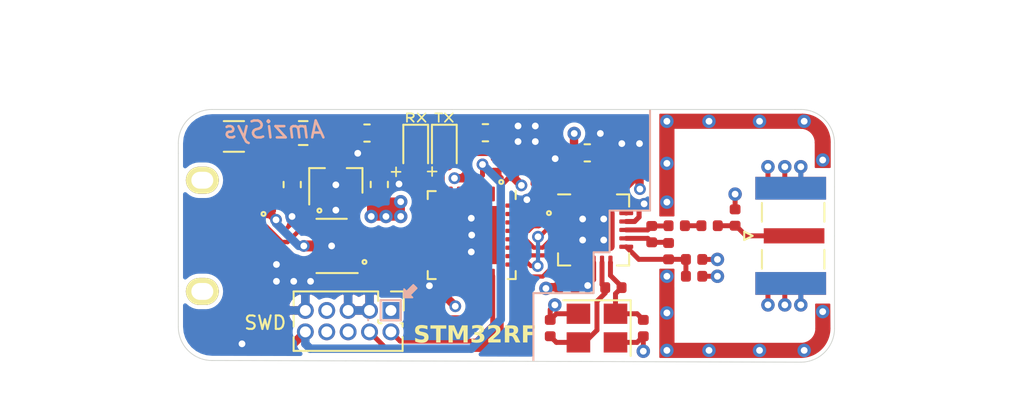
<source format=kicad_pcb>
(kicad_pcb (version 20221018) (generator pcbnew)
  (layers (0 "F.Cu" signal) (1 "In1.Cu" signal) (2 "In2.Cu" signal) (31 "B.Cu" signal) (34 "B.Paste" user) (35 "F.Paste" user) (36 "B.SilkS" user "B.Silkscreen") (37 "F.SilkS" user "F.Silkscreen") (38 "B.Mask" user) (39 "F.Mask" user) (44 "Edge.Cuts" user))
  (net 0 "")
  (net 1 "Net-(C1-Pad1)")
  (net 2 "GND")
  (net 3 "+3V3")
  (net 4 "NRST")
  (net 5 "Net-(C12-Pad1)")
  (net 6 "NRF_XC1")
  (net 7 "NRF_XC2")
  (net 8 "Net-(C15-Pad1)")
  (net 9 "Net-(C15-Pad2)")
  (net 10 "NRF_VDD_PA")
  (net 11 "Net-(D1-Pad1)")
  (net 12 "Net-(D1-Pad2)")
  (net 13 "Net-(D2-Pad2)")
  (net 14 "Net-(D2-Pad1)")
  (net 15 "+5V")
  (net 16 "Net-(J1-Pad4)")
  (net 17 "SWDIO")
  (net 18 "SWCLK")
  (net 19 "NRF_ANT2")
  (net 20 "NRF_ANT1")
  (net 21 "NRF_IRQ")
  (net 22 "SPI3_SCK")
  (net 23 "SPI3_MISO")
  (net 24 "SPI3_MOSI")
  (net 25 "SPI3_!CS")
  (net 26 "NRF_CE")
  (net 27 "Net-(U3-Pad2)")
  (net 28 "Net-(U3-Pad3)")
  (net 29 "Net-(U3-Pad10)")
  (net 30 "Net-(U3-Pad11)")
  (net 31 "Net-(U3-Pad12)")
  (net 32 "Net-(U3-Pad13)")
  (net 33 "Net-(U3-Pad14)")
  (net 34 "Net-(U3-Pad15)")
  (net 35 "Net-(U3-Pad18)")
  (net 36 "Net-(U3-Pad19)")
  (net 37 "Net-(U3-Pad20)")
  (net 38 "USB_CONN_D-")
  (net 39 "USB_CONN_D+")
  (net 40 "USB_D-")
  (net 41 "USB_D+")
  (net 42 "Net-(U3-Pad6)")
  (net 43 "Net-(U3-Pad7)")
  (net 44 "Net-(F1-Pad1)")
  (net 45 "Net-(R1-Pad1)")
  (net 46 "Net-(J3-Pad8)")
  (net 47 "Net-(J3-Pad7)")
  (net 48 "Net-(J3-Pad6)")
  (net 49 "Net-(R4-Pad1)")
  (footprint "Capacitor_SMD:C_0603_1608Metric" (layer "F.Cu") (at 28.01 31.4575 -90)
    (fp_text reference "C1")
    (fp_text value "10u")
  )
  (footprint "Capacitor_SMD:C_0603_1608Metric" (layer "F.Cu") (at 33.18 31.4525 90)
    (fp_text reference "C2")
    (fp_text value "10u")
  )
  (footprint "Capacitor_SMD:C_0402_1005Metric" (layer "F.Cu") (at 26.435 40.91 180)
    (fp_text reference "C3")
    (fp_text value "100n")
  )
  (footprint "Capacitor_SMD:C_0402_1005Metric" (layer "F.Cu") (at 41.165 30.27 90)
    (fp_text reference "C4")
    (fp_text value "1u")
  )
  (footprint "Capacitor_SMD:C_0402_1005Metric" (layer "F.Cu") (at 40.115 30.27 90)
    (fp_text reference "C5")
    (fp_text value "100n")
  )
  (footprint "Capacitor_SMD:C_0402_1005Metric" (layer "F.Cu") (at 36.64 38.13 180)
    (fp_text reference "C6")
    (fp_text value "100n")
  )
  (footprint "Capacitor_SMD:C_0402_1005Metric" (layer "F.Cu") (at 38.44 30.27 90)
    (fp_text reference "C7")
    (fp_text value "100n")
  )
  (footprint "Capacitor_SMD:C_0603_1608Metric" (layer "F.Cu") (at 45.525 29.575)
    (fp_text reference "C8")
    (fp_text value "10u")
  )
  (footprint "Capacitor_SMD:C_0402_1005Metric" (layer "F.Cu") (at 44.315 37.55)
    (fp_text reference "C9")
    (fp_text value "10n")
  )
  (footprint "Capacitor_SMD:C_0402_1005Metric" (layer "F.Cu") (at 46.075 30.875)
    (fp_text reference "C11")
    (fp_text value "10n")
  )
  (footprint "Capacitor_SMD:C_0402_1005Metric" (layer "F.Cu") (at 44.115 30.875 180)
    (fp_text reference "C12")
    (fp_text value "33n")
  )
  (footprint "Capacitor_SMD:C_0402_1005Metric" (layer "F.Cu") (at 48.85 39.975 -90)
    (fp_text reference "C13")
    (fp_text value "12p")
  )
  (footprint "Capacitor_SMD:C_0402_1005Metric" (layer "F.Cu") (at 43.325 39.975 90)
    (fp_text reference "C14")
    (fp_text value "12p")
  )
  (footprint "Capacitor_SMD:C_0402_1005Metric" (layer "F.Cu") (at 52.785 33.9 180)
    (fp_text reference "C15")
    (fp_text value "1p5")
  )
  (footprint "Capacitor_SMD:C_0402_1005Metric" (layer "F.Cu") (at 54.3 33.415 -90)
    (fp_text reference "C16")
    (fp_text value "1p")
  )
  (footprint "Capacitor_SMD:C_0402_1005Metric" (layer "F.Cu") (at 51.865 36.9 180)
    (fp_text reference "C17")
    (fp_text value "2n2")
  )
  (footprint "Capacitor_SMD:C_0402_1005Metric" (layer "F.Cu") (at 51.865 35.9 180)
    (fp_text reference "C18")
    (fp_text value "4p7")
  )
  (footprint "LED_SMD:LED_0603_1608Metric" (layer "F.Cu") (at 35.34 29.3925 -90)
    (fp_text reference "D1")
    (fp_text value "GR")
  )
  (footprint "LED_SMD:LED_0603_1608Metric" (layer "F.Cu") (at 37.04 29.3925 -90)
    (fp_text reference "D2")
    (fp_text value "YE")
  )
  (footprint "Inductor_SMD:L_0805_2012Metric" (layer "F.Cu") (at 28.6625 28.4 180)
    (fp_text reference "FB1")
    (fp_text value "100 @ 100MHz")
  )
  (footprint "10118193-0001LF:101181930001LF" (layer "F.Cu") (at 22.75 34.5 -90)
    (fp_text reference "J1")
    (fp_text value "USB_B_Micro" hide)
  )
  (footprint "Inductor_SMD:L_0402_1005Metric" (layer "F.Cu") (at 50.835 33.9)
    (fp_text reference "L1")
    (fp_text value "3n9")
  )
  (footprint "Inductor_SMD:L_0402_1005Metric" (layer "F.Cu") (at 50.35 35.41 90)
    (fp_text reference "L3")
    (fp_text value "2n7")
  )
  (footprint "Resistor_SMD:R_0603_1608Metric" (layer "F.Cu") (at 32.45 28.4 180)
    (fp_text reference "R2")
    (fp_text value "2k2")
  )
  (footprint "Resistor_SMD:R_0603_1608Metric" (layer "F.Cu") (at 39.4775 28.38)
    (fp_text reference "R3")
    (fp_text value "2k2")
  )
  (footprint "Resistor_SMD:R_0402_1005Metric" (layer "F.Cu") (at 47.575 30.41 90)
    (fp_text reference "R4")
    (fp_text value "22k")
  )
  (footprint "Resistor_SMD:R_0402_1005Metric" (layer "F.Cu") (at 47.075 37.575)
    (fp_text reference "R5")
    (fp_text value "1M")
  )
  (footprint "Package_TO_SOT_SMD:SOT-23" (layer "F.Cu") (at 30.6 31.24 90)
    (fp_text reference "U1")
    (fp_text value "XC6206P332MR")
  )
  (footprint "Package_DFN_QFN:QFN-32-1EP_5x5mm_P0.5mm_EP3.45x3.45mm" (layer "F.Cu") (at 38.665 34.455 -90)
    (fp_text reference "U3")
    (fp_text value "STM32L432KBU6")
  )
  (footprint "Package_DFN_QFN:QFN-20-1EP_4x4mm_P0.5mm_EP2.5x2.5mm" (layer "F.Cu") (at 45.9 34.15)
    (fp_text reference "U4")
    (fp_text value "nRF24L01P")
  )
  (footprint "Crystal:Crystal_SMD_3225-4Pin_3.2x2.5mm" (layer "F.Cu") (at 46.1 39.975 180)
    (fp_text reference "Y1")
    (fp_text value "16MHz")
  )
  (footprint "Package_TO_SOT_SMD:SOT-23-6" (layer "F.Cu") (at 30.35 35.1 180)
    (fp_text reference "U2")
    (fp_text value "USBLC6-2SC6")
  )
  (footprint "Connector_Coaxial:SMA_Samtec_SMA-J-P-X-ST-EM1_EdgeMount" (layer "F.Cu") (at 57.6 34.5 90)
    (fp_text reference "J2")
    (fp_text value "SMA")
  )
  (footprint "Inductor_SMD:L_0402_1005Metric" (layer "F.Cu") (at 49.35 34.4 -90)
    (fp_text reference "L2")
    (fp_text value "8n2")
  )
  (footprint "Connector_PinHeader_1.27mm:PinHeader_2x05_P1.27mm_Vertical" (layer "F.Cu") (at 33.87 38.93 -90)
    (fp_text reference "J3")
    (fp_text value "ARM 10pin")
  )
  (footprint "Capacitor_SMD:C_0402_1005Metric" (layer "F.Cu") (at 48.625 30.415 90)
    (fp_text reference "C10")
    (fp_text value "10n")
  )
  (footprint "Fuse:Fuse_1206_3216Metric" (layer "F.Cu") (at 24.55 28.6 180)
    (fp_text reference "F1")
    (fp_text value "100mA")
  )
  (footprint "Resistor_SMD:R_0402_1005Metric" (layer "F.Cu") (at 42.215 30.265 90)
    (fp_text reference "R1")
    (fp_text value "2k2")
  )
  (gr_arc (start 59.12 40) (mid 58.853467 40.643467) (end 58.21 40.91) (stroke (width 0.12)) (layer "F.Cu"))
  (gr_poly (pts (xy 50.6525 40.9) (xy 58.2 40.9) (xy 58.2 41.7) (xy 49.85 41.7) (xy 49.85 39) (xy 49.85 38.35) (xy 49.85 36.5) (xy 50.65 36.5) (xy 50.645 37.55) (xy 50.6475 37.55)) (stroke (width 0.1)) (fill solid) (layer "F.Cu"))
  (gr_poly (pts (xy 59.91 40) (xy 59.11 40) (xy 59.1 38.57) (xy 59.9 38.57)) (stroke (width 0.1)) (fill solid) (layer "F.Cu"))
  (gr_arc (start 59.9 39.99) (mid 59.402082 41.192082) (end 58.2 41.69) (stroke (width 0.12)) (layer "F.Cu"))
  (gr_poly (pts (xy 59.86 40.25) (xy 59.76 40.62) (xy 59.39 41.2) (xy 58.63 41.6) (xy 58.24 41.63) (xy 58.25 40.98) (xy 58.25 40.97) (xy 58.61 40.88) (xy 58.98 40.58) (xy 59.17 40.11) (xy 59.16 40.03) (xy 59.85 40.02)) (stroke (width 0.1)) (fill solid) (layer "F.Cu"))
  (gr_arc (start 58.3 27.325) (mid 59.431371 27.793629) (end 59.9 28.925) (stroke (width 0.15)) (layer "F.Cu"))
  (gr_poly (pts (xy 58.575 27.4) (xy 59.15 27.625) (xy 59.625 28.075) (xy 59.825 28.5) (xy 59.825 28.9) (xy 59.15 28.9) (xy 59.125 28.725) (xy 58.95 28.375) (xy 58.625 28.15) (xy 58.25 28.025) (xy 58.3 27.35)) (stroke (width 0.1)) (fill solid) (layer "F.Cu"))
  (gr_arc (start 58.2 28.075) (mid 58.836396 28.338604) (end 59.1 28.975) (stroke (width 0.15)) (layer "F.Cu"))
  (gr_poly (pts (xy 58.3 28.1) (xy 50.65 28.1) (xy 50.65 33.3) (xy 49.85 33.3) (xy 49.85 27.3) (xy 58.3 27.3)) (stroke (width 0.1)) (fill solid) (layer "F.Cu"))
  (gr_poly (pts (xy 59.925 30.425) (xy 59.075 30.425) (xy 59.075 28.95) (xy 59.925 28.95)) (stroke (width 0.1)) (fill solid) (layer "F.Cu"))
  (gr_line (start 45.9 35.475) (end 45.9 35.925) (stroke (width 0.12)) (layer "B.SilkS"))
  (gr_line (start 45.9 35.925) (end 45.9 37.9) (stroke (width 0.12)) (layer "B.SilkS"))
  (gr_line (start 32.52 39.51) (end 32.52 39.46) (stroke (width 0.12)) (layer "B.SilkS"))
  (gr_line (start 49.25 27.05) (end 49.25 32.225) (stroke (width 0.12)) (layer "B.SilkS"))
  (gr_line (start 33.26 38.32) (end 34.46 38.32) (stroke (width 0.12)) (layer "B.SilkS"))
  (gr_line (start 34.21 39.52) (end 33.26 39.52) (stroke (width 0.12)) (layer "B.SilkS"))
  (gr_line (start 49.25 32.25) (end 49.25 33) (stroke (width 0.12)) (layer "B.SilkS"))
  (gr_line (start 46.85 33) (end 46.85 34.1) (stroke (width 0.12)) (layer "B.SilkS"))
  (gr_line (start 42.325 37.9) (end 42.325 41.9) (stroke (width 0.12)) (layer "B.SilkS"))
  (gr_line (start 34.46 39.52) (end 34.21 39.52) (stroke (width 0.12)) (layer "B.SilkS"))
  (gr_poly (pts (xy 35.4 37.61) (xy 35 38.01) (xy 35.15 38.16) (xy 34.65 38.16) (xy 34.65 37.66) (xy 34.8 37.81) (xy 35.2 37.41)) (stroke (width 0.1)) (fill solid) (layer "B.SilkS"))
  (gr_line (start 46.825 35.475) (end 46.225 35.475) (stroke (width 0.12)) (layer "B.SilkS"))
  (gr_line (start 42.7 37.9) (end 43.85 37.9) (stroke (width 0.12)) (layer "B.SilkS"))
  (gr_line (start 33.26 39.47) (end 33.26 38.32) (stroke (width 0.12)) (layer "B.SilkS"))
  (gr_line (start 46.2 35.475) (end 45.925 35.475) (stroke (width 0.12)) (layer "B.SilkS"))
  (gr_line (start 46.85 34.125) (end 46.85 35.225) (stroke (width 0.12)) (layer "B.SilkS"))
  (gr_line (start 46.85 35.225) (end 46.85 35.475) (stroke (width 0.12)) (layer "B.SilkS"))
  (gr_line (start 34.46 38.67) (end 34.46 39.52) (stroke (width 0.12)) (layer "B.SilkS"))
  (gr_line (start 49.25 33) (end 47.95 33) (stroke (width 0.12)) (layer "B.SilkS"))
  (gr_line (start 45.9 37.9) (end 43.85 37.9) (stroke (width 0.12)) (layer "B.SilkS"))
  (gr_line (start 42.325 37.9) (end 42.675 37.9) (stroke (width 0.12)) (layer "B.SilkS"))
  (gr_line (start 47.925 33) (end 46.85 33) (stroke (width 0.12)) (layer "B.SilkS"))
  (gr_line (start 34.46 38.32) (end 34.46 38.67) (stroke (width 0.12)) (layer "B.SilkS"))
  (gr_circle (center 43.25 33.15) (end 43.275 33.2) (stroke (width 0.12)) (fill none) (layer "F.SilkS"))
  (gr_circle (center 32.3 36.05) (end 32.325 36.1) (stroke (width 0.12)) (fill none) (layer "F.SilkS"))
  (gr_circle (center 29.625 33) (end 29.65 33.05) (stroke (width 0.12)) (fill none) (layer "F.SilkS"))
  (gr_circle (center 26.305901 33.2) (end 26.330901 33.25) (stroke (width 0.12)) (fill none) (layer "F.SilkS"))
  (gr_circle (center 40.415 31.305) (end 40.44 31.355) (stroke (width 0.12)) (fill none) (layer "F.SilkS"))
  (gr_line (start 31.2 41.92) (end 23.25 41.9) (stroke (width 0.05)) (layer "Edge.Cuts"))
  (gr_line (start 42 41.95) (end 31.2 41.918455) (stroke (width 0.05)) (layer "Edge.Cuts"))
  (gr_line (start 37.5 27) (end 42.05 27) (stroke (width 0.05)) (layer "Edge.Cuts"))
  (gr_line (start 60.2 34.5) (end 60.2 40) (stroke (width 0.05)) (layer "Edge.Cuts"))
  (gr_line (start 21.25 37.5) (end 21.25 29.6) (stroke (width 0.05)) (layer "Edge.Cuts"))
  (gr_line (start 58.2 42) (end 42 41.95) (stroke (width 0.05)) (layer "Edge.Cuts"))
  (gr_arc (start 58.2 27) (mid 59.614214 27.585786) (end 60.2 29) (stroke (width 0.05)) (layer "Edge.Cuts"))
  (gr_line (start 60.2 34.5) (end 60.2 31.6) (stroke (width 0.05)) (layer "Edge.Cuts"))
  (gr_line (start 21.25 37.5) (end 21.25 39.9) (stroke (width 0.05)) (layer "Edge.Cuts"))
  (gr_line (start 57.85 27) (end 58.2 27) (stroke (width 0.05)) (layer "Edge.Cuts"))
  (gr_arc (start 21.25 29) (mid 21.835786 27.585786) (end 23.25 27) (stroke (width 0.05)) (layer "Edge.Cuts"))
  (gr_line (start 60.2 31.6) (end 60.2 29) (stroke (width 0.05)) (layer "Edge.Cuts"))
  (gr_line (start 37.5 27) (end 23.25 27) (stroke (width 0.05)) (layer "Edge.Cuts"))
  (gr_line (start 42.05 27) (end 57.85 27) (stroke (width 0.05)) (layer "Edge.Cuts"))
  (gr_line (start 21.25 29.6) (end 21.25 29) (stroke (width 0.05)) (layer "Edge.Cuts"))
  (gr_arc (start 23.25 41.9) (mid 21.835786 41.314214) (end 21.25 39.9) (stroke (width 0.05)) (layer "Edge.Cuts"))
  (gr_arc (start 60.2 40) (mid 59.614214 41.414214) (end 58.2 42) (stroke (width 0.05)) (layer "Edge.Cuts"))
  (gr_text "AmziSys" (at 26.95 28.2) (layer "B.SilkS") (effects (font (size 1 1) (thickness 0.15) italic) (justify mirror)))
  (gr_text "TX" (at 37.04 27.505) (layer "F.SilkS") (effects (font (size 0.5 0.7) (thickness 0.1))))
  (gr_text "+" (at 34.175 30.65) (layer "F.SilkS") (effects (font (size 0.7 0.7) (thickness 0.1))))
  (gr_text "+" (at 36.315 30.63) (layer "F.SilkS") (effects (font (size 0.7 0.7) (thickness 0.1))))
  (gr_text "SWD" (at 26.41 39.66) (layer "F.SilkS") (effects (font (size 0.8 0.8) (thickness 0.125))))
  (gr_text "RX" (at 35.34 27.505) (layer "F.SilkS") (effects (font (size 0.5 0.7) (thickness 0.1))))
  (gr_text "STM32RF" (at 35.2 41) (layer "F.SilkS") (effects (font (size 1 1) (thickness 0.2) bold) (justify left bottom)))
  (segment (start 30.6 30.24) (end 28.44 30.24) (width 0.75) (layer "F.Cu") (net 1))
  (segment (start 28.44 30.24) (end 28.01 30.67) (width 0.75) (layer "F.Cu") (net 1))
  (segment (start 29.6 28.4) (end 29.6 29.24) (width 0.75) (layer "F.Cu") (net 1))
  (segment (start 29.6 29.24) (end 30.6 30.24) (width 0.75) (layer "F.Cu") (net 1))
  (segment (start 36.155 37.465) (end 36.155 36.2775) (width 0.3) (layer "F.Cu") (net 2))
  (segment (start 54.3 32.93) (end 54.3 32.025) (width 0.29337) (layer "F.Cu") (net 2))
  (segment (start 39.842974 29.512974) (end 38.712026 29.512974) (width 0.5) (layer "F.Cu") (net 2))
  (segment (start 48.6 32.9) (end 48.9 32.6) (width 0.3) (layer "F.Cu") (net 2))
  (segment (start 45.9 37.1) (end 45.55 37.45) (width 0.3) (layer "F.Cu") (net 2))
  (segment (start 50.25 41.3) (end 52.75 41.3) (width 0.75) (layer "F.Cu") (net 2))
  (segment (start 34.35 31.425) (end 33.59 30.665) (width 0.75) (layer "F.Cu") (net 2))
  (segment (start 31.6625 29.3625) (end 31.9 29.6) (width 0.5) (layer "F.Cu") (net 2))
  (segment (start 57.25 30.4) (end 57.25 31.325) (width 0.29337) (layer "F.Cu") (net 2))
  (segment (start 46.4 32.2125) (end 46.4 31.035) (width 0.3) (layer "F.Cu") (net 2))
  (segment (start 44.8 37.55) (end 45.45 37.55) (width 0.5) (layer "F.Cu") (net 2))
  (segment (start 57.25 31.325) (end 57.6 31.675) (width 0.29337) (layer "F.Cu") (net 2))
  (segment (start 40.115 29.785) (end 39.842974 29.512974) (width 0.5) (layer "F.Cu") (net 2))
  (segment (start 58.2 31.675) (end 58.2 30.4) (width 0.29337) (layer "F.Cu") (net 2))
  (segment (start 40.115 29.785) (end 41.165 29.785) (width 0.5) (layer "F.Cu") (net 2))
  (segment (start 46.56 29.8225) (end 46.3125 29.575) (width 0.5) (layer "F.Cu") (net 2))
  (segment (start 43.62 30.865) (end 43.63 30.875) (width 0.5) (layer "F.Cu") (net 2))
  (segment (start 46.3125 29.575) (end 46.3125 28.4375) (width 0.5) (layer "F.Cu") (net 2))
  (segment (start 27.075 36.2) (end 27.075 37.2) (width 0.5) (layer "F.Cu") (net 2))
  (segment (start 38.712026 29.512974) (end 38.44 29.785) (width 0.5) (layer "F.Cu") (net 2))
  (segment (start 50.25 30.2) (end 50.25 27.7) (width 0.75) (layer "F.Cu") (net 2))
  (segment (start 47.2 40.825) (end 48.485 40.825) (width 0.29337) (layer "F.Cu") (net 2))
  (segment (start 42.215 29.13) (end 42.44 28.905) (width 0.5) (layer "F.Cu") (net 2))
  (segment (start 28 32.255) (end 28.01 32.245) (width 0.5) (layer "F.Cu") (net 2))
  (segment (start 50.25 41.3) (end 50.25 39.075) (width 0.75) (layer "F.Cu") (net 2))
  (segment (start 57.25 37.675) (end 57.6 37.325) (width 0.29337) (layer "F.Cu") (net 2))
  (segment (start 52.75 27.7) (end 55.75 27.7) (width 0.75) (layer "F.Cu") (net 2))
  (segment (start 36.155 36.2775) (end 36.2275 36.205) (width 0.3) (layer "F.Cu") (net 2))
  (segment (start 48.60001 33.00001) (end 48.6 33) (width 0.3) (layer "F.Cu") (net 2))
  (segment (start 43.69 39.125) (end 43.325 39.49) (width 0.29337) (layer "F.Cu") (net 2))
  (segment (start 40.665 27.98) (end 40.265 28.38) (width 0.5) (layer "F.Cu") (net 2))
  (segment (start 46.56 30.928586) (end 46.56 30.875) (width 0.3) (layer "F.Cu") (net 2))
  (segment (start 50.25 32.5) (end 50.25 30.2) (width 0.75) (layer "F.Cu") (net 2))
  (segment (start 45.9 36.0875) (end 45.9 37.1) (width 0.3) (layer "F.Cu") (net 2))
  (segment (start 44.8 37.55) (end 44.8 37.6) (width 0.3) (layer "F.Cu") (net 2))
  (segment (start 27.075 37.2) (end 28.1 37.2) (width 0.5) (layer "F.Cu") (net 2))
  (segment (start 48.6 33) (end 48.6 32.9) (width 0.3) (layer "F.Cu") (net 2))
  (segment (start 52.35 35.9) (end 53.25 35.9) (width 0.29337) (layer "F.Cu") (net 2))
  (segment (start 46.56 30.875) (end 46.56 29.8225) (width 0.5) (layer "F.Cu") (net 2))
  (segment (start 57.6 31.675) (end 56.425 31.675) (width 0.29337) (layer "F.Cu") (net 2))
  (segment (start 58.2 37.325) (end 58.2 38.6) (width 0.29337) (layer "F.Cu") (net 2))
  (segment (start 56.25 37.75) (end 56.25 38.6) (width 0.29337) (layer "F.Cu") (net 2))
  (segment (start 48.625 29.025) (end 48.625 29.93) (width 0.5) (layer "F.Cu") (net 2))
  (segment (start 50.25 39.075) (end 50.25 36.9) (width 0.75) (layer "F.Cu") (net 2))
  (segment (start 36.155 38.13) (end 36.155 37.465) (width 0.3) (layer "F.Cu") (net 2))
  (segment (start 57.25 38.6) (end 57.25 37.675) (width 0.29337) (layer "F.Cu") (net 2))
  (segment (start 33.59 30.665) (end 33.18 30.665) (width 0.75) (layer "F.Cu") (net 2))
  (segment (start 29.65 32.24) (end 29.865 32.24) (width 0.5) (layer "F.Cu") (net 2))
  (segment (start 41.165 29.155) (end 41.415 28.905) (width 0.5) (layer "F.Cu") (net 2))
  (segment (start 57.6 37.325) (end 56.675 37.325) (width 0.29337) (layer "F.Cu") (net 2))
  (segment (start 47.575 29.025) (end 47.575 29.925) (width 0.5) (layer "F.Cu") (net 2))
  (segment (start 43.325 39.49) (end 43.325 38.875) (width 0.3) (layer "F.Cu") (net 2))
  (segment (start 47.8375 33.65) (end 48.333378 33.65) (width 0.3) (layer "F.Cu") (net 2))
  (segment (start 26.675 35.8) (end 27.075 36.2) (width 0.5) (layer "F.Cu") (net 2))
  (segment (start 40.115 29.785) (end 40.115 28.53) (width 0.5) (layer "F.Cu") (net 2))
  (segment (start 41.415 27.98) (end 40.665 27.98) (width 0.5) (layer "F.Cu") (net 2))
  (segment (start 29.865 32.24) (end 30.6 32.975) (width 0.5) (layer "F.Cu") (net 2))
  (segment (start 56.425 31.675) (end 56.25 31.5) (width 0.29337) (layer "F.Cu") (net 2))
  (segment (start 52.75 41.3) (end 55.75 41.3) (width 0.75) (layer "F.Cu") (net 2))
  (segment (start 41.1025 32.705) (end 41.59 32.705) (width 0.3) (layer "F.Cu") (net 2))
  (segment (start 45 39.125) (end 43.69 39.125) (width 0.29337) (layer "F.Cu") (net 2))
  (segment (start 40.79 28.905) (end 40.265 28.38) (width 0.5) (layer "F.Cu") (net 2))
  (segment (start 50.25 27.7) (end 52.75 27.7) (width 0.75) (layer "F.Cu") (net 2))
  (segment (start 46.4 31.035) (end 46.56 30.875) (width 0.3) (layer "F.Cu") (net 2))
  (segment (start 29.645 32.245) (end 29.65 32.24) (width 0.75) (layer "F.Cu") (net 2))
  (segment (start 25.95 40.91) (end 25.03 40.91) (width 0.5) (layer "F.Cu") (net 2))
  (segment (start 56.25 31.5) (end 56.25 30.4) (width 0.29337) (layer "F.Cu") (net 2))
  (segment (start 43.62 29.92) (end 43.62 30.865) (width 0.5) (layer "F.Cu") (net 2))
  (segment (start 30.415 31.475) (end 29.65 32.24) (width 0.5) (layer "F.Cu") (net 2))
  (segment (start 43.63 30.9425) (end 43.63 30.875) (width 0.3) (layer "F.Cu") (net 2))
  (segment (start 45.45 37.55) (end 45.55 37.45) (width 0.5) (layer "F.Cu") (net 2))
  (segment (start 41.165 29.785) (end 41.165 29.155) (width 0.5) (layer "F.Cu") (net 2))
  (segment (start 31.45 35.1) (end 30.35 35.1) (width 0.5) (layer "F.Cu") (net 2))
  (segment (start 52.35 36.9) (end 53.25 36.9) (width 0.29337) (layer "F.Cu") (net 2))
  (segment (start 28 33.35) (end 28 32.255) (width 0.5) (layer "F.Cu") (net 2))
  (segment (start 48.60001 33.383368) (end 48.60001 33.00001) (width 0.3) (layer "F.Cu") (net 2))
  (segment (start 30.6 31.475) (end 30.415 31.475) (width 0.5) (layer "F.Cu") (net 2))
  (segment (start 46.3125 28.4375) (end 46.3 28.425) (width 0.5) (layer "F.Cu") (net 2))
  (segment (start 50.25 36.9) (end 50.25 39.35) (width 0.75) (layer "F.Cu") (net 2))
  (segment (start 48.85 40.485) (end 48.85 41.375) (width 0.29337) (layer "F.Cu") (net 2))
  (segment (start 28.01 32.245) (end 29.645 32.245) (width 0.75) (layer "F.Cu") (net 2))
  (segment (start 25.4125 35.8) (end 26.675 35.8) (width 0.5) (layer "F.Cu") (net 2))
  (segment (start 56.675 37.325) (end 56.25 37.75) (width 0.29337) (layer "F.Cu") (net 2))
  (segment (start 41.59 32.705) (end 41.94 32.355) (width 0.3) (layer "F.Cu") (net 2))
  (segment (start 48.333378 33.65) (end 48.60001 33.383368) (width 0.3) (layer "F.Cu") (net 2))
  (segment (start 41.175 29.795) (end 41.165 29.785) (width 0.5) (layer "F.Cu") (net 2))
  (segment (start 28.1 37.2) (end 29.1 37.2) (width 0.5) (layer "F.Cu") (net 2))
  (segment (start 41.415 28.905) (end 40.79 28.905) (width 0.5) (layer "F.Cu") (net 2))
  (segment (start 40.115 28.53) (end 40.265 28.38) (width 0.5) (layer "F.Cu") (net 2))
  (segment (start 48.485 40.825) (end 48.85 40.46) (width 0.29337) (layer "F.Cu") (net 2))
  (segment (start 42.215 29.78) (end 42.215 29.13) (width 0.5) (layer "F.Cu") (net 2))
  (segment (start 31.6625 28.4) (end 31.6625 29.3625) (width 0.5) (layer "F.Cu") (net 2))
  (via (at 31.9 29.6) (size 0.8) (drill 0.4) (layers "F.Cu" "B.Cu") (net 2))
  (via (at 42.44 27.98) (size 0.8) (drill 0.4) (layers "F.Cu" "B.Cu") (net 2))
  (via (at 42.44 28.905) (size 0.8) (drill 0.4) (layers "F.Cu" "B.Cu") (net 2))
  (via (at 48.625 29.025) (size 0.8) (drill 0.4) (layers "F.Cu" "B.Cu") (net 2))
  (via (at 46.3 28.425) (size 0.8) (drill 0.4) (layers "F.Cu" "B.Cu") (net 2))
  (via (at 25.03 40.91) (size 0.8) (drill 0.4) (layers "F.Cu" "B.Cu") (net 2))
  (via (at 43.62 29.92) (size 0.8) (drill 0.4) (layers "F.Cu" "B.Cu") (net 2))
  (via (at 41.415 28.905) (size 0.8) (drill 0.4) (layers "F.Cu" "B.Cu") (net 2))
  (via (at 41.415 27.98) (size 0.8) (drill 0.4) (layers "F.Cu" "B.Cu") (net 2))
  (via (at 34.35 31.425) (size 0.8) (drill 0.4) (layers "F.Cu" "B.Cu") (net 2))
  (via (at 28 33.35) (size 0.8) (drill 0.4) (layers "F.Cu" "B.Cu") (net 2))
  (via (at 28.1 37.2) (size 0.8) (drill 0.4) (layers "F.Cu" "B.Cu") (net 2))
  (via (at 53.25 36.9) (size 0.8) (drill 0.4) (layers "F.Cu" "B.Cu") (net 2))
  (via (at 53.25 35.9) (size 0.8) (drill 0.4) (layers "F.Cu" "B.Cu") (net 2))
  (via (at 58.2 30.4) (size 0.8) (drill 0.4) (layers "F.Cu" "B.Cu") (net 2))
  (via (at 58.2 38.6) (size 0.8) (drill 0.4) (layers "F.Cu" "B.Cu") (net 2))
  (via (at 48.85 41.35) (size 0.8) (drill 0.4) (layers "F.Cu" "B.Cu") (net 2))
  (via (at 43.6 38.6) (size 0.8) (drill 0.4) (layers "F.Cu" "B.Cu") (net 2))
  (via (at 45.55 37.45) (size 0.8) (drill 0.4) (layers "F.Cu" "B.Cu") (net 2))
  (via (at 50.25 41.3) (size 0.8) (drill 0.4) (layers "F.Cu" "B.Cu") (net 2))
  (via (at 52.75 41.3) (size 0.8) (drill 0.4) (layers "F.Cu" "B.Cu") (net 2))
  (via (at 55.75 41.3) (size 0.8) (drill 0.4) (layers "F.Cu" "B.Cu") (net 2))
  (via (at 58.4 41.3) (size 0.8) (drill 0.4) (layers "F.Cu" "B.Cu") (net 2))
  (via (at 30.6 32.975) (size 0.8) (drill 0.4) (layers "F.Cu" "B.Cu") (net 2))
  (via (at 30.6 31.475) (size 0.8) (drill 0.4) (layers "F.Cu" "B.Cu") (net 2))
  (via (at 38.665 34.455) (size 0.8) (drill 0.4) (layers "F.Cu" "B.Cu") (net 2))
  (via (at 38.64 33.455) (size 0.8) (drill 0.4) (layers "F.Cu" "B.Cu") (net 2))
  (via (at 38.64 35.455) (size 0.8) (drill 0.4) (layers "F.Cu" "B.Cu") (net 2))
  (via (at 50.25 30.2) (size 0.8) (drill 0.4) (layers "F.Cu" "B.Cu") (net 2))
  (via (at 50.25 32.5) (size 0.8) (drill 0.4) (layers "F.Cu" "B.Cu") (net 2))
  (via (at 50.25 39.075) (size 0.8) (drill 0.4) (layers "F.Cu" "B.Cu") (net 2))
  (via (at 59.5 39) (size 0.8) (drill 0.4) (layers "F.Cu" "B.Cu") (net 2))
  (via (at 59.5 30) (size 0.8) (drill 0.4) (layers "F.Cu" "B.Cu") (net 2))
  (via (at 52.75 27.7) (size 0.8) (drill 0.4) (layers "F.Cu" "B.Cu") (net 2))
  (via (at 58.4 27.7) (size 0.8) (drill 0.4) (layers "F.Cu" "B.Cu") (net 2))
  (via (at 55.75 27.7) (size 0.8) (drill 0.4) (layers "F.Cu" "B.Cu") (net 2))
  (via (at 50.25 36.9) (size 0.8) (drill 0.4) (layers "F.Cu" "B.Cu") (net 2))
  (via (at 50.25 27.7) (size 0.8) (drill 0.4) (layers "F.Cu" "B.Cu") (net 2))
  (via (at 27.075 37.2) (size 0.8) (drill 0.4) (layers "F.Cu" "B.Cu") (net 2))
  (via (at 29.1 37.2) (size 0.8) (drill 0.4) (layers "F.Cu" "B.Cu") (net 2))
  (via (at 45.25 33.5) (size 0.7) (drill 0.4) (layers "F.Cu" "B.Cu") (net 2))
  (via (at 46.5 33.5) (size 0.7) (drill 0.4) (layers "F.Cu" "B.Cu") (net 2))
  (via (at 45.25 34.75) (size 0.7) (drill 0.4) (layers "F.Cu" "B.Cu") (net 2))
  (via (at 46.5 34.75) (size 0.7) (drill 0.4) (layers "F.Cu" "B.Cu") (net 2))
  (via (at 57.25 30.4) (size 0.8) (drill 0.4) (layers "F.Cu" "B.Cu") (net 2))
  (via (at 56.25 30.4) (size 0.8) (drill 0.4) (layers "F.Cu" "B.Cu") (net 2))
  (via (at 57.25 38.6) (size 0.8) (drill 0.4) (layers "F.Cu" "B.Cu") (net 2))
  (via (at 56.25 38.6) (size 0.8) (drill 0.4) (layers "F.Cu" "B.Cu") (net 2))
  (via (at 48.9 32.6) (size 0.7) (drill 0.4) (layers "F.Cu" "B.Cu") (net 2))
  (via (at 47.575 29.025) (size 0.8) (drill 0.4) (layers "F.Cu" "B.Cu") (net 2))
  (via (at 36.155 37.465) (size 0.7) (drill 0.4) (layers "F.Cu" "B.Cu") (net 2))
  (via (at 30.35 35.1) (size 0.7) (drill 0.4) (layers "F.Cu" "B.Cu") (net 2))
  (via (at 41.94 32.355) (size 0.7) (drill 0.4) (layers "F.Cu" "B.Cu") (net 2))
  (via (at 27.075 36.2) (size 0.8) (drill 0.4) (layers "F.Cu" "B.Cu") (net 2))
  (via (at 54.3 32.025) (size 0.8) (drill 0.4) (layers "F.Cu" "B.Cu") (net 2))
  (segment (start 58.2 31.675) (end 58.2 30.4) (width 0.29337) (layer "B.Cu") (net 2))
  (segment (start 58.2 37.325) (end 58.2 38.6) (width 0.29337) (layer "B.Cu") (net 2))
  (segment (start 34.29 33.35) (end 33.18 32.24) (width 0.5) (layer "F.Cu") (net 3))
  (segment (start 43.83 36.895) (end 43.89999 36.82501) (width 0.25) (layer "F.Cu") (net 3))
  (segment (start 34.45 33.35) (end 34.29 33.35) (width 0.5) (layer "F.Cu") (net 3))
  (segment (start 47.8375 33.15) (end 47.8375 31.6875) (width 0.3) (layer "F.Cu") (net 3))
  (segment (start 40.415 31.055) (end 40.115 30.755) (width 0.29337) (layer "F.Cu") (net 3))
  (segment (start 43.83 37.55) (end 43.83 36.895) (width 0.25) (layer "F.Cu") (net 3))
  (segment (start 33.18 32.87) (end 32.7 33.35) (width 0.5) (layer "F.Cu") (net 3))
  (segment (start 34 32.475) (end 33.415 32.475) (width 0.5) (layer "F.Cu") (net 3))
  (segment (start 45.59 30.4275) (end 44.7375 29.575) (width 0.5) (layer "F.Cu") (net 3))
  (segment (start 31.55 32.24) (end 33.18 32.24) (width 0.75) (layer "F.Cu") (net 3))
  (segment (start 48.625 31.7) (end 48.65 31.725) (width 0.5) (layer "F.Cu") (net 3))
  (segment (start 45.59 30.875) (end 45.59 30.4275) (width 0.5) (layer "F.Cu") (net 3))
  (segment (start 40.415 32.0175) (end 40.415 31.055) (width 0.29337) (layer "F.Cu") (net 3))
  (segment (start 37.64 31.08) (end 38.115 31.08) (width 0.5) (layer "F.Cu") (net 3))
  (segment (start 32.7 33.35) (end 32.7 32.72) (width 0.5) (layer "F.Cu") (net 3))
  (segment (start 43.14 37.55) (end 43.07 37.62) (width 0.5) (layer "F.Cu") (net 3))
  (segment (start 32.7 32.72) (end 33.18 32.24) (width 0.5) (layer "F.Cu") (net 3))
  (segment (start 44.7375 29.575) (end 44.7375 28.4375) (width 0.5) (layer "F.Cu") (net 3))
  (segment (start 44.7375 28.4375) (end 44.75 28.425) (width 0.5) (layer "F.Cu") (net 3))
  (segment (start 36.915 36.8925) (end 36.915 37.92) (width 0.3) (layer "F.Cu") (net 3))
  (segment (start 37.125 38.13) (end 37.14 38.13) (width 0.5) (layer "F.Cu") (net 3))
  (segment (start 40.415 31.505) (end 41.165 30.755) (width 0.29337) (layer "F.Cu") (net 3))
  (segment (start 37.14 38.13) (end 37.69 38.68) (width 0.5) (layer "F.Cu") (net 3))
  (segment (start 47.8375 31.6875) (end 48.625 30.9) (width 0.3) (layer "F.Cu") (net 3))
  (segment (start 33.415 32.475) (end 33.18 32.24) (width 0.5) (layer "F.Cu") (net 3))
  (segment (start 33.18 32.24) (end 33.18 32.955) (width 0.5) (layer "F.Cu") (net 3))
  (segment (start 34.45 33.35) (end 33.575 33.35) (width 0.5) (layer "F.Cu") (net 3))
  (segment (start 38.415 30.78) (end 38.44 30.755) (width 0.29337) (layer "F.Cu") (net 3))
  (segment (start 33.575 32.635) (end 33.18 32.24) (width 0.5) (layer "F.Cu") (net 3))
  (segment (start 36.915 37.92) (end 37.125 38.13) (width 0.3) (layer "F.Cu") (net 3))
  (segment (start 32.7 33.35) (end 33.575 33.35) (width 0.5) (layer "F.Cu") (net 3))
  (segment (start 48.65 30.925) (end 48.625 30.9) (width 0.3) (layer "F.Cu") (net 3))
  (segment (start 41.165 31.055) (end 41.615 31.505) (width 0.5) (layer "F.Cu") (net 3))
  (segment (start 33.18 32.955) (end 33.575 33.35) (width 0.5) (layer "F.Cu") (net 3))
  (segment (start 40.415 32.0175) (end 40.415 31.505) (width 0.29337) (layer "F.Cu") (net 3))
  (segment (start 45.9 32.2125) (end 45.9 31.185) (width 0.3) (layer "F.Cu") (net 3))
  (segment (start 33.18 32.24) (end 33.18 32.87) (width 0.5) (layer "F.Cu") (net 3))
  (segment (start 34.45 33.35) (end 34 32.9) (width 0.5) (layer "F.Cu") (net 3))
  (segment (start 34 32.9) (end 34 32.475) (width 0.5) (layer "F.Cu") (net 3))
  (segment (start 34.45 32.475) (end 34 32.475) (width 0.5) (layer "F.Cu") (net 3))
  (segment (start 41.165 30.755) (end 41.165 31.055) (width 0.5) (layer "F.Cu") (net 3))
  (segment (start 45.123012 36.82501) (end 45.4 36.548022) (width 0.25) (layer "F.Cu") (net 3))
  (segment (start 45.4 36.548022) (end 45.4 36.0875) (width 0.25) (layer "F.Cu") (net 3))
  (segment (start 38.115 31.08) (end 38.44 30.755) (width 0.5) (layer "F.Cu") (net 3))
  (segment (start 43.83 37.55) (end 43.14 37.55) (width 0.5) (layer "F.Cu") (net 3))
  (segment (start 43.89999 36.82501) (end 45.123012 36.82501) (width 0.25) (layer "F.Cu") (net 3))
  (segment (start 38.415 32.0175) (end 38.415 30.78) (width 0.29337) (layer "F.Cu") (net 3))
  (segment (start 33.575 33.35) (end 33.575 32.635) (width 0.5) (layer "F.Cu") (net 3))
  (segment (start 34.45 32.475) (end 34.45 33.35) (width 0.5) (layer "F.Cu") (net 3))
  (segment (start 45.45 31.015) (end 45.59 30.875) (width 0.3) (layer "F.Cu") (net 3))
  (segment (start 48.625 30.9) (end 48.625 31.7) (width 0.5) (layer "F.Cu") (net 3))
  (segment (start 45.9 31.185) (end 45.59 30.875) (width 0.3) (layer "F.Cu") (net 3))
  (via (at 44.75 28.425) (size 0.8) (drill 0.4) (layers "F.Cu" "B.Cu") (net 3))
  (via (at 43.07 37.62) (size 0.8) (drill 0.4) (layers "F.Cu" "B.Cu") (net 3))
  (via (at 33.575 33.35) (size 0.8) (drill 0.4) (layers "F.Cu" "B.Cu") (net 3))
  (via (at 34.45 33.35) (size 0.8) (drill 0.4) (layers "F.Cu" "B.Cu") (net 3))
  (via (at 34.45 32.475) (size 0.8) (drill 0.4) (layers "F.Cu" "B.Cu") (net 3))
  (via (at 41.615 31.505) (size 0.7) (drill 0.4) (layers "F.Cu" "B.Cu") (net 3))
  (via (at 32.7 33.35) (size 0.8) (drill 0.4) (layers "F.Cu" "B.Cu") (net 3))
  (via (at 37.69 38.68) (size 0.7) (drill 0.4) (layers "F.Cu" "B.Cu") (net 3))
  (via (at 37.64 31.08) (size 0.7) (drill 0.4) (layers "F.Cu" "B.Cu") (net 3))
  (via (at 48.65 31.725) (size 0.7) (drill 0.4) (layers "F.Cu" "B.Cu") (net 3))
  (segment (start 38.915 31.298898) (end 39.306275 30.907623) (width 0.29337) (layer "F.Cu") (net 4))
  (segment (start 38.915 32.0175) (end 38.915 31.298898) (width 0.29337) (layer "F.Cu") (net 4))
  (segment (start 39.306275 30.907623) (end 39.306275 30.262975) (width 0.29337) (layer "F.Cu") (net 4))
  (segment (start 26.92 40.91) (end 28.08 40.91) (width 0.5) (layer "F.Cu") (net 4))
  (segment (start 28.08 40.91) (end 28.79 40.2) (width 0.5) (layer "F.Cu") (net 4))
  (via (at 39.306275 30.262975) (size 0.7) (drill 0.4) (layers "F.Cu" "B.Cu") (net 4))
  (segment (start 29.08 41.2) (end 28.79 40.91) (width 0.5) (layer "B.Cu") (net 4))
  (segment (start 38.645 41.2) (end 40.39 39.455) (width 0.5) (layer "B.Cu") (net 4))
  (segment (start 40.39 39.455) (end 40.39 31.3467) (width 0.5) (layer "B.Cu") (net 4))
  (segment (start 28.79 40.91) (end 28.79 40.2) (width 0.5) (layer "B.Cu") (net 4))
  (segment (start 38.645 41.2) (end 29.08 41.2) (width 0.5) (layer "B.Cu") (net 4))
  (segment (start 40.39 31.3467) (end 39.306275 30.262975) (width 0.5) (layer "B.Cu") (net 4))
  (segment (start 45.4 32.2125) (end 45.4 31.708586) (width 0.3) (layer "F.Cu") (net 5))
  (segment (start 44.6 30.908586) (end 44.6 30.875) (width 0.3) (layer "F.Cu") (net 5))
  (segment (start 45.4 31.708586) (end 44.6 30.908586) (width 0.3) (layer "F.Cu") (net 5))
  (segment (start 47.085 39.01) (end 47.2 39.125) (width 0.29337) (layer "F.Cu") (net 6))
  (segment (start 47.56 37.51) (end 46.9 36.85) (width 0.29337) (layer "F.Cu") (net 6))
  (segment (start 48.485 39.125) (end 48.85 39.49) (width 0.29337) (layer "F.Cu") (net 6))
  (segment (start 47.56 37.575) (end 47.55 37.575) (width 0.29337) (layer "F.Cu") (net 6))
  (segment (start 47.56 37.575) (end 47.56 37.51) (width 0.29337) (layer "F.Cu") (net 6))
  (segment (start 46.9 36.85) (end 46.9 36.84338) (width 0.29337) (layer "F.Cu") (net 6))
  (segment (start 46.9 36.84338) (end 46.9 36.0875) (width 0.29337) (layer "F.Cu") (net 6))
  (segment (start 46.9 36.1) (end 46.9 36.0875) (width 0.29337) (layer "F.Cu") (net 6))
  (segment (start 47.2 37.935) (end 47.56 37.575) (width 0.29337) (layer "F.Cu") (net 6))
  (segment (start 47.2 39.125) (end 47.2 37.935) (width 0.29337) (layer "F.Cu") (net 6))
  (segment (start 47.2 39.125) (end 48.485 39.125) (width 0.29337) (layer "F.Cu") (net 6))
  (segment (start 43.69 40.825) (end 43.325 40.46) (width 0.29337) (layer "F.Cu") (net 7))
  (segment (start 45 40.825) (end 45.224035 40.825) (width 0.29337) (layer "F.Cu") (net 7))
  (segment (start 46.1 38.385) (end 46.59 37.895) (width 0.29337) (layer "F.Cu") (net 7))
  (segment (start 45 40.825) (end 43.69 40.825) (width 0.29337) (layer "F.Cu") (net 7))
  (segment (start 46.1 40.1) (end 46.1 38.385) (width 0.29337) (layer "F.Cu") (net 7))
  (segment (start 46.4 36.0875) (end 46.4 37.385) (width 0.29337) (layer "F.Cu") (net 7))
  (segment (start 46.4 37.385) (end 46.59 37.575) (width 0.29337) (layer "F.Cu") (net 7))
  (segment (start 46.1 40.1) (end 45.375 40.825) (width 0.29337) (layer "F.Cu") (net 7))
  (segment (start 45.375 40.825) (end 45 40.825) (width 0.29337) (layer "F.Cu") (net 7))
  (segment (start 46.59 37.895) (end 46.59 37.575) (width 0.29337) (layer "F.Cu") (net 7))
  (segment (start 54.35 33.9) (end 54.3 33.9) (width 0.29337) (layer "F.Cu") (net 8))
  (segment (start 54.95 34.5) (end 54.35 33.9) (width 0.29337) (layer "F.Cu") (net 8))
  (segment (start 53.27 33.9) (end 54.3 33.9) (width 0.29337) (layer "F.Cu") (net 8))
  (segment (start 54.95 34.5) (end 57.8 34.5) (width 0.29337) (layer "F.Cu") (net 8))
  (segment (start 51.32 33.9) (end 52.3 33.9) (width 0.29337) (layer "F.Cu") (net 9))
  (segment (start 50.35 35.895) (end 51.375 35.895) (width 0.29337) (layer "F.Cu") (net 10))
  (segment (start 50.35 35.895) (end 48.5825 35.895) (width 0.29337) (layer "F.Cu") (net 10))
  (segment (start 51.375 35.895) (end 51.38 35.9) (width 0.29337) (layer "F.Cu") (net 10))
  (segment (start 51.38 35.9) (end 51.38 36.9) (width 0.29337) (layer "F.Cu") (net 10))
  (segment (start 48.5825 35.895) (end 47.8375 35.15) (width 0.29337) (layer "F.Cu") (net 10))
  (segment (start 33.2375 28.4) (end 34.675 28.4) (width 0.5) (layer "F.Cu") (net 11))
  (segment (start 33.25 28.4125) (end 33.2375 28.4) (width 0.75) (layer "F.Cu") (net 11))
  (segment (start 34.675 28.4) (end 34.9 28.625) (width 0.5) (layer "F.Cu") (net 11))
  (segment (start 36.2275 31.0675) (end 35.34 30.18) (width 0.3) (layer "F.Cu") (net 12))
  (segment (start 36.2275 32.705) (end 36.2275 31.0675) (width 0.3) (layer "F.Cu") (net 12))
  (segment (start 36.915 30.305) (end 37.04 30.18) (width 0.3) (layer "F.Cu") (net 13))
  (segment (start 36.915 32.0175) (end 36.915 30.305) (width 0.3) (layer "F.Cu") (net 13))
  (segment (start 38.69 28.38) (end 37.265 28.38) (width 0.5) (layer "F.Cu") (net 14))
  (segment (start 37.265 28.38) (end 37.04 28.605) (width 0.5) (layer "F.Cu") (net 14))
  (segment (start 26.1 30) (end 26.8 30.7) (width 0.5) (layer "F.Cu") (net 15))
  (segment (start 23.15 29.475) (end 23.675 30) (width 0.5) (layer "F.Cu") (net 15))
  (segment (start 26.8 32.9875) (end 26.5875 33.2) (width 0.5) (layer "F.Cu") (net 15))
  (segment (start 29.25 35.1) (end 28.6 35.1) (width 0.5) (layer "F.Cu") (net 15))
  (segment (start 26.8 30.7) (end 26.8 32.9875) (width 0.5) (layer "F.Cu") (net 15))
  (segment (start 26.5875 33.2) (end 25.35 33.2) (width 0.5) (layer "F.Cu") (net 15))
  (segment (start 26.7 33.2) (end 27.05 33.55) (width 0.5) (layer "F.Cu") (net 15))
  (segment (start 26.5875 33.2) (end 26.7 33.2) (width 0.5) (layer "F.Cu") (net 15))
  (segment (start 23.675 30) (end 26.1 30) (width 0.5) (layer "F.Cu") (net 15))
  (segment (start 23.15 28.6) (end 23.15 28.8) (width 0.5) (layer "F.Cu") (net 15))
  (segment (start 23.15 28.6) (end 23.15 29.475) (width 0.5) (layer "F.Cu") (net 15))
  (via (at 28.7 35.1) (size 0.7) (drill 0.4) (layers "F.Cu" "B.Cu") (net 15))
  (via (at 27.05 33.55) (size 0.7) (drill 0.4) (layers "F.Cu" "B.Cu") (net 15))
  (segment (start 27.05 33.75) (end 27.05 33.55) (width 0.5) (layer "B.Cu") (net 15))
  (segment (start 28.4 35.1) (end 27.05 33.75) (width 0.5) (layer "B.Cu") (net 15))
  (segment (start 38.92 40.75) (end 34.42 40.75) (width 0.29337) (layer "F.Cu") (net 17))
  (segment (start 34.42 40.75) (end 33.87 40.2) (width 0.29337) (layer "F.Cu") (net 17))
  (segment (start 38.92 40.75) (end 39.915 39.755) (width 0.29337) (layer "F.Cu") (net 17))
  (segment (start 39.915 39.755) (end 39.915 36.8925) (width 0.29337) (layer "F.Cu") (net 17))
  (segment (start 39.124364 41.24338) (end 40.415 39.952744) (width 0.29337) (layer "F.Cu") (net 18))
  (segment (start 39.124364 41.24338) (end 33.64338 41.24338) (width 0.29337) (layer "F.Cu") (net 18))
  (segment (start 33.64338 41.24338) (end 32.6 40.2) (width 0.29337) (layer "F.Cu") (net 18))
  (segment (start 40.415 39.952744) (end 40.415 36.8925) (width 0.29337) (layer "F.Cu") (net 18))
  (segment (start 47.8375 34.15) (end 49.115 34.15) (width 0.29337) (layer "F.Cu") (net 19))
  (segment (start 50.335 33.915) (end 50.35 33.9) (width 0.29337) (layer "F.Cu") (net 19))
  (segment (start 49.35 33.915) (end 50.335 33.915) (width 0.29337) (layer "F.Cu") (net 19))
  (segment (start 49.115 34.15) (end 49.35 33.915) (width 0.29337) (layer "F.Cu") (net 19))
  (segment (start 47.8375 34.65) (end 49.115 34.65) (width 0.29337) (layer "F.Cu") (net 20))
  (segment (start 49.115 34.65) (end 49.35 34.885) (width 0.29337) (layer "F.Cu") (net 20))
  (segment (start 50.31 34.885) (end 50.35 34.925) (width 0.29337) (layer "F.Cu") (net 20))
  (segment (start 49.35 34.885) (end 50.31 34.885) (width 0.29337) (layer "F.Cu") (net 20))
  (segment (start 42.880001 36.915001) (end 41.812501 36.915001) (width 0.25) (layer "F.Cu") (net 21))
  (segment (start 43.707502 36.0875) (end 42.880001 36.915001) (width 0.25) (layer "F.Cu") (net 21))
  (segment (start 41.812501 36.915001) (end 41.1025 36.205) (width 0.25) (layer "F.Cu") (net 21))
  (segment (start 44.9 36.0875) (end 43.707502 36.0875) (width 0.25) (layer "F.Cu") (net 21))
  (segment (start 43.9625 34.15) (end 43.09641 34.15) (width 0.25) (layer "F.Cu") (net 22))
  (segment (start 41.1025 35.705) (end 41.588022 35.705) (width 0.25) (layer "F.Cu") (net 22))
  (segment (start 41.588022 35.705) (end 42.173022 36.29) (width 0.25) (layer "F.Cu") (net 22))
  (segment (start 42.691391 34.555019) (end 42.59991 34.555019) (width 0.25) (layer "F.Cu") (net 22))
  (segment (start 42.173022 36.29) (end 42.58 36.29) (width 0.25) (layer "F.Cu") (net 22))
  (segment (start 43.09641 34.15) (end 42.691391 34.555019) (width 0.25) (layer "F.Cu") (net 22))
  (via (at 42.59991 34.555019) (size 0.7) (drill 0.4) (layers "F.Cu" "B.Cu") (net 22))
  (via (at 42.58 36.29) (size 0.7) (drill 0.4) (layers "F.Cu" "B.Cu") (net 22))
  (segment (start 42.59991 36.27009) (end 42.58 36.29) (width 0.25) (layer "B.Cu") (net 22))
  (segment (start 42.59991 34.555019) (end 42.59991 36.27009) (width 0.25) (layer "B.Cu") (net 22))
  (segment (start 41.1025 35.205) (end 41.724432 35.205) (width 0.25) (layer "F.Cu") (net 23))
  (segment (start 41.724432 35.205) (end 42.179432 35.66) (width 0.25) (layer "F.Cu") (net 23))
  (segment (start 43.4525 35.66) (end 43.9625 35.15) (width 0.25) (layer "F.Cu") (net 23))
  (segment (start 42.179432 35.66) (end 43.4525 35.66) (width 0.25) (layer "F.Cu") (net 23))
  (segment (start 43.429931 34.65) (end 43.55 34.65) (width 0.25) (layer "F.Cu") (net 24))
  (segment (start 41.1025 34.705) (end 41.860842 34.705) (width 0.25) (layer "F.Cu") (net 24))
  (segment (start 43.55 34.65) (end 43.9625 34.65) (width 0.25) (layer "F.Cu") (net 24))
  (segment (start 41.860842 34.705) (end 42.355842 35.2) (width 0.25) (layer "F.Cu") (net 24))
  (segment (start 42.355842 35.2) (end 42.879931 35.2) (width 0.25) (layer "F.Cu") (net 24))
  (segment (start 42.879931 35.2) (end 43.429931 34.65) (width 0.25) (layer "F.Cu") (net 24))
  (segment (start 43.16 33.65) (end 43.15 33.66) (width 0.25) (layer "F.Cu") (net 25))
  (segment (start 41.1025 34.205) (end 42.03782 34.205) (width 0.25) (layer "F.Cu") (net 25))
  (segment (start 43.15 33.66) (end 42.95 33.66) (width 0.25) (layer "F.Cu") (net 25))
  (segment (start 42.95 33.66) (end 42.705001 33.904999) (width 0.25) (layer "F.Cu") (net 25))
  (segment (start 42.705001 33.904999) (end 42.665905 33.904999) (width 0.25) (layer "F.Cu") (net 25))
  (segment (start 43.9625 33.65) (end 43.16 33.65) (width 0.25) (layer "F.Cu") (net 25))
  (segment (start 42.03782 34.205) (end 42.312801 33.930019) (width 0.25) (layer "F.Cu") (net 25))
  (segment (start 42.640885 33.930019) (end 42.312801 33.930019) (width 0.25) (layer "F.Cu") (net 25))
  (segment (start 42.665905 33.904999) (end 42.640885 33.930019) (width 0.25) (layer "F.Cu") (net 25))
  (segment (start 41.1025 33.705) (end 41.90141 33.705) (width 0.25) (layer "F.Cu") (net 26))
  (segment (start 41.90141 33.705) (end 42.126399 33.480011) (width 0.25) (layer "F.Cu") (net 26))
  (segment (start 42.126399 33.480011) (end 42.454484 33.48001) (width 0.25) (layer "F.Cu") (net 26))
  (segment (start 42.454484 33.48001) (end 42.784494 33.15) (width 0.25) (layer "F.Cu") (net 26))
  (segment (start 42.784494 33.15) (end 43.9625 33.15) (width 0.25) (layer "F.Cu") (net 26))
  (segment (start 25.980344 33.942844) (end 26.471164 33.942844) (width 0.261112) (layer "F.Cu") (net 38))
  (segment (start 27.737155 34.867844) (end 28.454999 34.15) (width 0.261112) (layer "F.Cu") (net 38))
  (segment (start 25.4125 33.85) (end 25.8875 33.85) (width 0.261112) (layer "F.Cu") (net 38))
  (segment (start 27.396164 34.867844) (end 27.737155 34.867844) (width 0.261112) (layer "F.Cu") (net 38))
  (segment (start 26.471164 33.942844) (end 27.396164 34.867844) (width 0.261112) (layer "F.Cu") (net 38))
  (segment (start 25.8875 33.85) (end 25.980344 33.942844) (width 0.261112) (layer "F.Cu") (net 38))
  (segment (start 28.454999 34.15) (end 29.25 34.15) (width 0.261112) (layer "F.Cu") (net 38))
  (segment (start 27.203836 35.332156) (end 27.737155 35.332156) (width 0.261112) (layer "F.Cu") (net 39))
  (segment (start 28.454999 36.05) (end 29.25 36.05) (width 0.261112) (layer "F.Cu") (net 39))
  (segment (start 25.8875 34.5) (end 25.980344 34.407156) (width 0.261112) (layer "F.Cu") (net 39))
  (segment (start 27.737155 35.332156) (end 28.454999 36.05) (width 0.261112) (layer "F.Cu") (net 39))
  (segment (start 25.4125 34.5) (end 25.8875 34.5) (width 0.261112) (layer "F.Cu") (net 39))
  (segment (start 25.980344 34.407156) (end 26.278836 34.407156) (width 0.261112) (layer "F.Cu") (net 39))
  (segment (start 26.278836 34.407156) (end 27.203836 35.332156) (width 0.261112) (layer "F.Cu") (net 39))
  (segment (start 38.288687 38.158836) (end 38.296209 38.092079) (width 0.261112) (layer "F.Cu") (net 40))
  (segment (start 38.296209 38.225592) (end 38.288687 38.158836) (width 0.261112) (layer "F.Cu") (net 40))
  (segment (start 38.401641 38.393385) (end 38.354138 38.345882) (width 0.261112) (layer "F.Cu") (net 40))
  (segment (start 32.962845 34.867844) (end 34.526164 34.867844) (width 0.261112) (layer "F.Cu") (net 40))
  (segment (start 38.318397 38.289001) (end 38.296209 38.225592) (width 0.261112) (layer "F.Cu") (net 40))
  (segment (start 35.302156 38.783836) (end 35.866164 39.347844) (width 0.261112) (layer "F.Cu") (net 40))
  (segment (start 38.588687 38.458836) (end 38.521931 38.451314) (width 0.261112) (layer "F.Cu") (net 40))
  (segment (start 38.354138 37.971789) (end 38.401641 37.924286) (width 0.261112) (layer "F.Cu") (net 40))
  (segment (start 38.632844 37.858836) (end 38.699601 37.851314) (width 0.261112) (layer "F.Cu") (net 40))
  (segment (start 38.932844 37.558836) (end 38.932844 36.910344) (width 0.261112) (layer "F.Cu") (net 40))
  (segment (start 38.867394 37.745882) (end 38.903135 37.689001) (width 0.261112) (layer "F.Cu") (net 40))
  (segment (start 38.401641 37.924286) (end 38.458522 37.888545) (width 0.261112) (layer "F.Cu") (net 40))
  (segment (start 38.296209 38.092079) (end 38.318397 38.02867) (width 0.261112) (layer "F.Cu") (net 40))
  (segment (start 34.526164 34.867844) (end 35.302156 35.643836) (width 0.261112) (layer "F.Cu") (net 40))
  (segment (start 38.458522 37.888545) (end 38.521931 37.866357) (width 0.261112) (layer "F.Cu") (net 40))
  (segment (start 38.699601 37.851314) (end 38.76301 37.829126) (width 0.261112) (layer "F.Cu") (net 40))
  (segment (start 38.458522 38.429126) (end 38.401641 38.393385) (width 0.261112) (layer "F.Cu") (net 40))
  (segment (start 38.632844 38.458836) (end 38.588687 38.458836) (width 0.261112) (layer "F.Cu") (net 40))
  (segment (start 38.925323 38.692079) (end 38.903135 38.62867) (width 0.261112) (layer "F.Cu") (net 40))
  (segment (start 35.302156 35.643836) (end 35.302156 38.783836) (width 0.261112) (layer "F.Cu") (net 40))
  (segment (start 38.354138 38.345882) (end 38.318397 38.289001) (width 0.261112) (layer "F.Cu") (net 40))
  (segment (start 38.76301 37.829126) (end 38.819891 37.793385) (width 0.261112) (layer "F.Cu") (net 40))
  (segment (start 38.819891 37.793385) (end 38.867394 37.745882) (width 0.261112) (layer "F.Cu") (net 40))
  (segment (start 38.588687 37.858836) (end 38.632844 37.858836) (width 0.261112) (layer "F.Cu") (net 40))
  (segment (start 32.245001 34.15) (end 32.962845 34.867844) (width 0.261112) (layer "F.Cu") (net 40))
  (segment (start 35.866164 39.347844) (end 38.343836 39.347844) (width 0.261112) (layer "F.Cu") (net 40))
  (segment (start 38.925323 37.625592) (end 38.932844 37.558836) (width 0.261112) (layer "F.Cu") (net 40))
  (segment (start 38.903135 38.62867) (end 38.867394 38.571789) (width 0.261112) (layer "F.Cu") (net 40))
  (segment (start 38.867394 38.571789) (end 38.819891 38.524286) (width 0.261112) (layer "F.Cu") (net 40))
  (segment (start 38.521931 38.451314) (end 38.458522 38.429126) (width 0.261112) (layer "F.Cu") (net 40))
  (segment (start 31.45 34.15) (end 32.245001 34.15) (width 0.261112) (layer "F.Cu") (net 40))
  (segment (start 38.343836 39.347844) (end 38.932844 38.758836) (width 0.261112) (layer "F.Cu") (net 40))
  (segment (start 38.819891 38.524286) (end 38.76301 38.488545) (width 0.261112) (layer "F.Cu") (net 40))
  (segment (start 38.318397 38.02867) (end 38.354138 37.971789) (width 0.261112) (layer "F.Cu") (net 40))
  (segment (start 38.76301 38.488545) (end 38.699601 38.466357) (width 0.261112) (layer "F.Cu") (net 40))
  (segment (start 38.932844 38.758836) (end 38.925323 38.692079) (width 0.261112) (layer "F.Cu") (net 40))
  (segment (start 38.932844 36.910344) (end 38.915 36.8925) (width 0.261112) (layer "F.Cu") (net 40))
  (segment (start 38.903135 37.689001) (end 38.925323 37.625592) (width 0.261112) (layer "F.Cu") (net 40))
  (segment (start 38.699601 38.466357) (end 38.632844 38.458836) (width 0.261112) (layer "F.Cu") (net 40))
  (segment (start 38.521931 37.866357) (end 38.588687 37.858836) (width 0.261112) (layer "F.Cu") (net 40))
  (segment (start 39.397156 36.910344) (end 39.415 36.8925) (width 0.261112) (layer "F.Cu") (net 41))
  (segment (start 34.333836 35.332156) (end 34.837844 35.836164) (width 0.261112) (layer "F.Cu") (net 41))
  (segment (start 39.397156 38.951164) (end 39.397156 36.910344) (width 0.261112) (layer "F.Cu") (net 41))
  (segment (start 38.536164 39.812156) (end 39.397156 38.951164) (width 0.261112) (layer "F.Cu") (net 41))
  (segment (start 35.673836 39.812156) (end 38.536164 39.812156) (width 0.261112) (layer "F.Cu") (net 41))
  (segment (start 34.837844 38.976164) (end 35.673836 39.812156) (width 0.261112) (layer "F.Cu") (net 41))
  (segment (start 34.837844 35.836164) (end 34.837844 38.976164) (width 0.261112) (layer "F.Cu") (net 41))
  (segment (start 32.962845 35.332156) (end 34.333836 35.332156) (width 0.261112) (layer "F.Cu") (net 41))
  (segment (start 32.245001 36.05) (end 32.962845 35.332156) (width 0.261112) (layer "F.Cu") (net 41))
  (segment (start 31.45 36.05) (end 32.245001 36.05) (width 0.261112) (layer "F.Cu") (net 41))
  (segment (start 26.15 28.4) (end 25.95 28.6) (width 0.75) (layer "F.Cu") (net 44))
  (segment (start 27.725 28.4) (end 26.15 28.4) (width 0.75) (layer "F.Cu") (net 44))
  (segment (start 42.29 30.93) (end 42.29 31.43) (width 0.25) (layer "F.Cu") (net 45))
  (segment (start 41.765 33.205) (end 41.939999 33.030001) (width 0.25) (layer "F.Cu") (net 45))
  (segment (start 42.29 31.43) (end 42.715 31.855) (width 0.25) (layer "F.Cu") (net 45))
  (segment (start 42.715 31.855) (end 42.715 32.583084) (width 0.25) (layer "F.Cu") (net 45))
  (segment (start 41.1025 33.205) (end 41.765 33.205) (width 0.25) (layer "F.Cu") (net 45))
  (segment (start 42.268083 33.030001) (end 42.715 32.583084) (width 0.25) (layer "F.Cu") (net 45))
  (segment (start 41.939999 33.030001) (end 42.268083 33.030001) (width 0.25) (layer "F.Cu") (net 45))
  (segment (start 46.9 32.2125) (end 46.9 31.57) (width 0.3) (layer "F.Cu") (net 49))
  (segment (start 46.9 31.57) (end 47.575 30.895) (width 0.3) (layer "F.Cu") (net 49))
  (segment (start 46.9 32.2125) (end 46.9 32.07) (width 0.3) (layer "F.Cu") (net 49))
  (zone (net 2) (net_name "GND") (layer "F.Cu") (connect_pads (clearance 0.35)) (min_thickness 0.25) (fill yes (thermal_gap 0.508) (thermal_bridge_width 0.508))
    (polygon (pts (xy 49.25 32.95) (xy 48.475 32.975) (xy 48.475 33.475) (xy 46.875 33.475) (xy 46.875 35.475) (xy 45.9 35.475) (xy 45.9 37.8) (xy 42.325 37.8) (xy 42.325 42) (xy 21.275 41.975) (xy 21.275 26.95) (xy 49.25 27)))
  )
  (zone (net 2) (net_name "GND") (layer "B.Cu") (connect_pads (clearance 0.254)) (min_thickness 0.254) (fill yes (thermal_gap 0.508) (thermal_bridge_width 0.508))
    (polygon (pts (xy 49.25 32.975) (xy 46.85 32.975) (xy 46.85 35.475) (xy 45.9 35.475) (xy 45.9 37.8) (xy 43.525 37.8) (xy 42.325 37.8) (xy 42.325 42) (xy 21.275 41.975) (xy 21.275 26.95) (xy 49.25 27)))
  )
)
</source>
